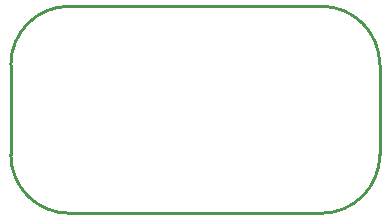
<source format=gko>
G04 start of page 2 for group 9 layer_idx 6 *
G04 Title: (unknown), global_outline *
G04 Creator: pcb-rnd 2.3.0 *
G04 CreationDate: 2021-04-09 19:11:40 UTC *
G04 For:  *
G04 Format: Gerber/RS-274X *
G04 PCB-Dimensions: 525000 770000 *
G04 PCB-Coordinate-Origin: lower left *
%MOIN*%
%FSLAX25Y25*%
%LNGLOBAL_BOUNDARY_UROUTE_9*%
%ADD35C,0.0100*%
G54D35*X97000Y344500D02*Y374500D01*
X116500Y394000D02*X200500D01*
X220000Y374500D02*Y344500D01*
X116500Y325000D02*X200500D01*
Y394000D02*G75*G02X220000Y374500I0J-19500D01*G01*
X97000D02*G75*G02X116500Y394000I19500J0D01*G01*
Y325000D02*G75*G02X97000Y344500I0J19500D01*G01*
X220000D02*G75*G02X200500Y325000I-19500J0D01*G01*
M02*

</source>
